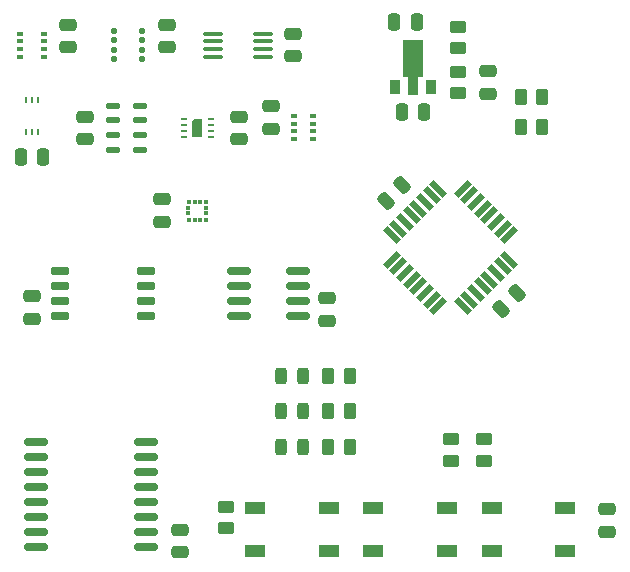
<source format=gbr>
%TF.GenerationSoftware,KiCad,Pcbnew,(6.0.4)*%
%TF.CreationDate,2022-03-20T23:12:24-04:00*%
%TF.ProjectId,main,6d61696e-2e6b-4696-9361-645f70636258,rev?*%
%TF.SameCoordinates,Original*%
%TF.FileFunction,Paste,Top*%
%TF.FilePolarity,Positive*%
%FSLAX46Y46*%
G04 Gerber Fmt 4.6, Leading zero omitted, Abs format (unit mm)*
G04 Created by KiCad (PCBNEW (6.0.4)) date 2022-03-20 23:12:24*
%MOMM*%
%LPD*%
G01*
G04 APERTURE LIST*
G04 Aperture macros list*
%AMRoundRect*
0 Rectangle with rounded corners*
0 $1 Rounding radius*
0 $2 $3 $4 $5 $6 $7 $8 $9 X,Y pos of 4 corners*
0 Add a 4 corners polygon primitive as box body*
4,1,4,$2,$3,$4,$5,$6,$7,$8,$9,$2,$3,0*
0 Add four circle primitives for the rounded corners*
1,1,$1+$1,$2,$3*
1,1,$1+$1,$4,$5*
1,1,$1+$1,$6,$7*
1,1,$1+$1,$8,$9*
0 Add four rect primitives between the rounded corners*
20,1,$1+$1,$2,$3,$4,$5,0*
20,1,$1+$1,$4,$5,$6,$7,0*
20,1,$1+$1,$6,$7,$8,$9,0*
20,1,$1+$1,$8,$9,$2,$3,0*%
%AMRotRect*
0 Rectangle, with rotation*
0 The origin of the aperture is its center*
0 $1 length*
0 $2 width*
0 $3 Rotation angle, in degrees counterclockwise*
0 Add horizontal line*
21,1,$1,$2,0,0,$3*%
%AMFreePoly0*
4,1,9,3.862500,-0.866500,0.737500,-0.866500,0.737500,-0.450000,-0.737500,-0.450000,-0.737500,0.450000,0.737500,0.450000,0.737500,0.866500,3.862500,0.866500,3.862500,-0.866500,3.862500,-0.866500,$1*%
%AMFreePoly1*
4,1,6,0.450000,-0.800000,-0.450000,-0.800000,-0.450000,0.530000,-0.180000,0.800000,0.450000,0.800000,0.450000,-0.800000,0.450000,-0.800000,$1*%
G04 Aperture macros list end*
%ADD10RoundRect,0.250000X-0.250000X-0.475000X0.250000X-0.475000X0.250000X0.475000X-0.250000X0.475000X0*%
%ADD11RoundRect,0.250000X0.250000X0.475000X-0.250000X0.475000X-0.250000X-0.475000X0.250000X-0.475000X0*%
%ADD12RoundRect,0.243750X-0.243750X-0.456250X0.243750X-0.456250X0.243750X0.456250X-0.243750X0.456250X0*%
%ADD13RotRect,1.600000X0.550000X315.000000*%
%ADD14RotRect,1.600000X0.550000X45.000000*%
%ADD15R,0.900000X1.300000*%
%ADD16FreePoly0,90.000000*%
%ADD17RoundRect,0.150000X-0.825000X-0.150000X0.825000X-0.150000X0.825000X0.150000X-0.825000X0.150000X0*%
%ADD18RoundRect,0.150000X-0.650000X-0.150000X0.650000X-0.150000X0.650000X0.150000X-0.650000X0.150000X0*%
%ADD19RoundRect,0.250000X-0.450000X0.262500X-0.450000X-0.262500X0.450000X-0.262500X0.450000X0.262500X0*%
%ADD20R,0.500000X0.350000*%
%ADD21RoundRect,0.125000X-0.137500X0.125000X-0.137500X-0.125000X0.137500X-0.125000X0.137500X0.125000X0*%
%ADD22R,1.800000X1.100000*%
%ADD23FreePoly1,0.000000*%
%ADD24R,0.550000X0.250000*%
%ADD25RoundRect,0.100000X-0.712500X-0.100000X0.712500X-0.100000X0.712500X0.100000X-0.712500X0.100000X0*%
%ADD26RoundRect,0.250000X-0.475000X0.250000X-0.475000X-0.250000X0.475000X-0.250000X0.475000X0.250000X0*%
%ADD27RoundRect,0.150000X-0.875000X-0.150000X0.875000X-0.150000X0.875000X0.150000X-0.875000X0.150000X0*%
%ADD28RoundRect,0.250000X0.450000X-0.262500X0.450000X0.262500X-0.450000X0.262500X-0.450000X-0.262500X0*%
%ADD29RoundRect,0.125000X-0.475000X-0.125000X0.475000X-0.125000X0.475000X0.125000X-0.475000X0.125000X0*%
%ADD30RoundRect,0.250000X-0.262500X-0.450000X0.262500X-0.450000X0.262500X0.450000X-0.262500X0.450000X0*%
%ADD31RoundRect,0.250000X0.262500X0.450000X-0.262500X0.450000X-0.262500X-0.450000X0.262500X-0.450000X0*%
%ADD32RoundRect,0.250000X0.159099X-0.512652X0.512652X-0.159099X-0.159099X0.512652X-0.512652X0.159099X0*%
%ADD33RoundRect,0.250000X0.475000X-0.250000X0.475000X0.250000X-0.475000X0.250000X-0.475000X-0.250000X0*%
%ADD34RoundRect,0.062500X0.062500X-0.212500X0.062500X0.212500X-0.062500X0.212500X-0.062500X-0.212500X0*%
%ADD35R,0.350000X0.375000*%
%ADD36R,0.375000X0.350000*%
G04 APERTURE END LIST*
D10*
%TO.C,C1*%
X133670000Y-52070000D03*
X135570000Y-52070000D03*
%TD*%
D11*
%TO.C,C2*%
X136205000Y-59690000D03*
X134305000Y-59690000D03*
%TD*%
D12*
%TO.C,D1*%
X124062500Y-82000000D03*
X125937500Y-82000000D03*
%TD*%
D13*
%TO.C,U1*%
X137404695Y-66134897D03*
X136839010Y-66700583D03*
X136273324Y-67266268D03*
X135707639Y-67831953D03*
X135141953Y-68397639D03*
X134576268Y-68963324D03*
X134010583Y-69529010D03*
X133444897Y-70094695D03*
D14*
X133444897Y-72145305D03*
X134010583Y-72710990D03*
X134576268Y-73276676D03*
X135141953Y-73842361D03*
X135707639Y-74408047D03*
X136273324Y-74973732D03*
X136839010Y-75539417D03*
X137404695Y-76105103D03*
D13*
X139455305Y-76105103D03*
X140020990Y-75539417D03*
X140586676Y-74973732D03*
X141152361Y-74408047D03*
X141718047Y-73842361D03*
X142283732Y-73276676D03*
X142849417Y-72710990D03*
X143415103Y-72145305D03*
D14*
X143415103Y-70094695D03*
X142849417Y-69529010D03*
X142283732Y-68963324D03*
X141718047Y-68397639D03*
X141152361Y-67831953D03*
X140586676Y-67266268D03*
X140020990Y-66700583D03*
X139455305Y-66134897D03*
%TD*%
D15*
%TO.C,U2*%
X133755000Y-57530000D03*
D16*
X135255000Y-57442500D03*
D15*
X136755000Y-57530000D03*
%TD*%
D17*
%TO.C,U3*%
X120525000Y-73095000D03*
X120525000Y-74365000D03*
X120525000Y-75635000D03*
X120525000Y-76905000D03*
X125475000Y-76905000D03*
X125475000Y-75635000D03*
X125475000Y-74365000D03*
X125475000Y-73095000D03*
%TD*%
D18*
%TO.C,U4*%
X105400000Y-73095000D03*
X105400000Y-74365000D03*
X105400000Y-75635000D03*
X105400000Y-76905000D03*
X112600000Y-76905000D03*
X112600000Y-75635000D03*
X112600000Y-74365000D03*
X112600000Y-73095000D03*
%TD*%
D19*
%TO.C,R1*%
X139065000Y-52427500D03*
X139065000Y-54252500D03*
%TD*%
D20*
%TO.C,U5*%
X104025000Y-53025000D03*
X104025000Y-53675000D03*
X104025000Y-54325000D03*
X104025000Y-54975000D03*
X101975000Y-54975000D03*
X101975000Y-54325000D03*
X101975000Y-53675000D03*
X101975000Y-53025000D03*
%TD*%
D21*
%TO.C,U6*%
X112264500Y-52800000D03*
X112264500Y-53600000D03*
X112264500Y-54400000D03*
X112264500Y-55200000D03*
X109889500Y-55200000D03*
X109889500Y-54400000D03*
X109889500Y-53600000D03*
X109889500Y-52800000D03*
%TD*%
D22*
%TO.C,SW1*%
X141900000Y-96850000D03*
X148100000Y-96850000D03*
X141900000Y-93150000D03*
X148100000Y-93150000D03*
%TD*%
D23*
%TO.C,U7*%
X117000000Y-61000000D03*
D24*
X115825000Y-60250000D03*
X115825000Y-60750000D03*
X115825000Y-61250000D03*
X115825000Y-61750000D03*
X118175000Y-61750000D03*
X118175000Y-61250000D03*
X118175000Y-60750000D03*
X118175000Y-60250000D03*
%TD*%
D25*
%TO.C,U8*%
X118297500Y-53025000D03*
X118297500Y-53675000D03*
X118297500Y-54325000D03*
X118297500Y-54975000D03*
X122522500Y-54975000D03*
X122522500Y-54325000D03*
X122522500Y-53675000D03*
X122522500Y-53025000D03*
%TD*%
D26*
%TO.C,C3*%
X141605000Y-56200000D03*
X141605000Y-58100000D03*
%TD*%
D19*
%TO.C,R2*%
X139065000Y-56237500D03*
X139065000Y-58062500D03*
%TD*%
%TO.C,R3*%
X141224000Y-87352500D03*
X141224000Y-89177500D03*
%TD*%
D27*
%TO.C,U9*%
X103350000Y-87555000D03*
X103350000Y-88825000D03*
X103350000Y-90095000D03*
X103350000Y-91365000D03*
X103350000Y-92635000D03*
X103350000Y-93905000D03*
X103350000Y-95175000D03*
X103350000Y-96445000D03*
X112650000Y-96445000D03*
X112650000Y-95175000D03*
X112650000Y-93905000D03*
X112650000Y-92635000D03*
X112650000Y-91365000D03*
X112650000Y-90095000D03*
X112650000Y-88825000D03*
X112650000Y-87555000D03*
%TD*%
D26*
%TO.C,C4*%
X151638000Y-93284000D03*
X151638000Y-95184000D03*
%TD*%
%TO.C,C5*%
X107500000Y-60050000D03*
X107500000Y-61950000D03*
%TD*%
D12*
%TO.C,D2*%
X124062500Y-88000000D03*
X125937500Y-88000000D03*
%TD*%
%TO.C,D3*%
X124062500Y-85000000D03*
X125937500Y-85000000D03*
%TD*%
D28*
%TO.C,R4*%
X119380000Y-94892500D03*
X119380000Y-93067500D03*
%TD*%
D22*
%TO.C,SW2*%
X121900000Y-96850000D03*
X128100000Y-96850000D03*
X121900000Y-93150000D03*
X128100000Y-93150000D03*
%TD*%
D20*
%TO.C,U11*%
X126753000Y-60001000D03*
X126753000Y-60651000D03*
X126753000Y-61301000D03*
X126753000Y-61951000D03*
X125153000Y-61951000D03*
X125153000Y-61301000D03*
X125153000Y-60651000D03*
X125153000Y-60001000D03*
%TD*%
D29*
%TO.C,U10*%
X109850000Y-59125000D03*
X109850000Y-60375000D03*
X109850000Y-61625000D03*
X109850000Y-62875000D03*
X112150000Y-62875000D03*
X112150000Y-61625000D03*
X112150000Y-60375000D03*
X112150000Y-59125000D03*
%TD*%
D19*
%TO.C,R5*%
X138430000Y-87352500D03*
X138430000Y-89177500D03*
%TD*%
D30*
%TO.C,R6*%
X144375500Y-60960000D03*
X146200500Y-60960000D03*
%TD*%
%TO.C,R7*%
X144375500Y-58420000D03*
X146200500Y-58420000D03*
%TD*%
D22*
%TO.C,SW3*%
X131900000Y-96850000D03*
X138100000Y-96850000D03*
X138100000Y-93150000D03*
X131900000Y-93150000D03*
%TD*%
D31*
%TO.C,R8*%
X129912500Y-82000000D03*
X128087500Y-82000000D03*
%TD*%
%TO.C,R9*%
X129912500Y-88000000D03*
X128087500Y-88000000D03*
%TD*%
%TO.C,R10*%
X129912500Y-85000000D03*
X128087500Y-85000000D03*
%TD*%
D26*
%TO.C,C13*%
X128000000Y-75443000D03*
X128000000Y-77343000D03*
%TD*%
%TO.C,C14*%
X125077000Y-53050000D03*
X125077000Y-54950000D03*
%TD*%
D32*
%TO.C,C9*%
X132932249Y-67219751D03*
X134275751Y-65876249D03*
%TD*%
D33*
%TO.C,C7*%
X115500000Y-96950000D03*
X115500000Y-95050000D03*
%TD*%
D26*
%TO.C,C8*%
X103013000Y-75250000D03*
X103013000Y-77150000D03*
%TD*%
%TO.C,C15*%
X123221300Y-59189500D03*
X123221300Y-61089500D03*
%TD*%
D33*
%TO.C,C10*%
X114441000Y-54179000D03*
X114441000Y-52279000D03*
%TD*%
%TO.C,C12*%
X106077000Y-54179000D03*
X106077000Y-52279000D03*
%TD*%
D26*
%TO.C,C17*%
X114000000Y-67050000D03*
X114000000Y-68950000D03*
%TD*%
D34*
%TO.C,U12*%
X102500000Y-61375000D03*
X103000000Y-61375000D03*
X103500000Y-61375000D03*
X103500000Y-58625000D03*
X103000000Y-58625000D03*
X102500000Y-58625000D03*
%TD*%
D35*
%TO.C,U13*%
X117750000Y-67237500D03*
X117250000Y-67237500D03*
X116750000Y-67237500D03*
X116250000Y-67237500D03*
D36*
X116237500Y-67750000D03*
X116237500Y-68250000D03*
D35*
X116250000Y-68762500D03*
X116750000Y-68762500D03*
X117250000Y-68762500D03*
X117750000Y-68762500D03*
D36*
X117762500Y-68250000D03*
X117762500Y-67750000D03*
%TD*%
D33*
%TO.C,C6*%
X120500000Y-61950000D03*
X120500000Y-60050000D03*
%TD*%
D32*
%TO.C,C11*%
X142711249Y-76363751D03*
X144054751Y-75020249D03*
%TD*%
D10*
%TO.C,C16*%
X102050000Y-63500000D03*
X103950000Y-63500000D03*
%TD*%
M02*

</source>
